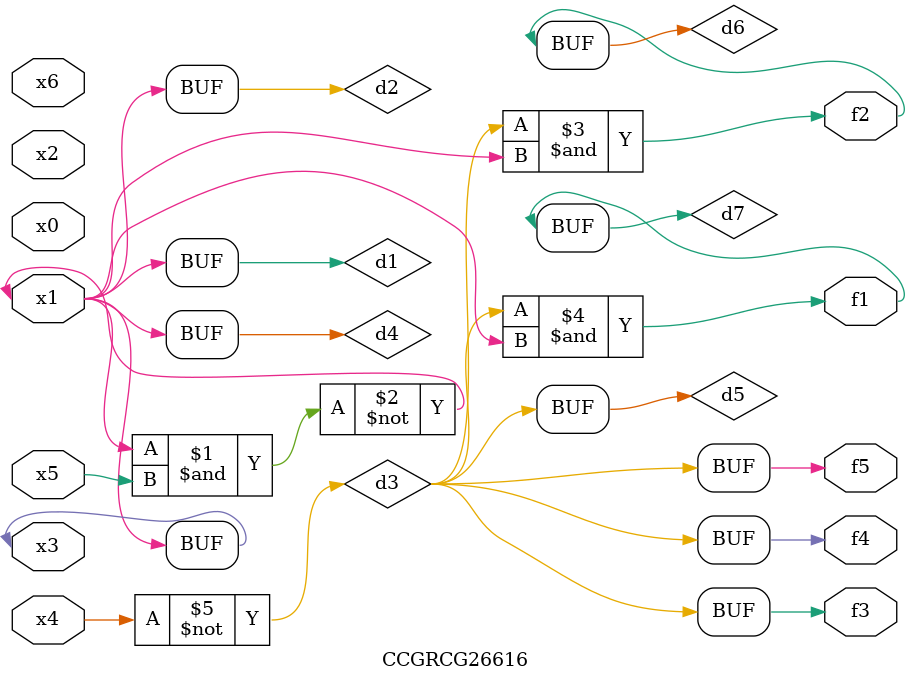
<source format=v>
module CCGRCG26616(
	input x0, x1, x2, x3, x4, x5, x6,
	output f1, f2, f3, f4, f5
);

	wire d1, d2, d3, d4, d5, d6, d7;

	buf (d1, x1, x3);
	nand (d2, x1, x5);
	not (d3, x4);
	buf (d4, d1, d2);
	buf (d5, d3);
	and (d6, d3, d4);
	and (d7, d3, d4);
	assign f1 = d7;
	assign f2 = d6;
	assign f3 = d5;
	assign f4 = d5;
	assign f5 = d5;
endmodule

</source>
